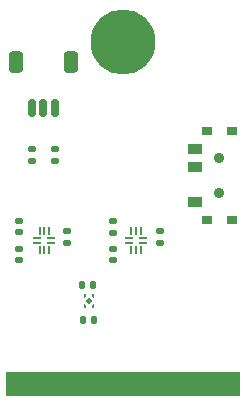
<source format=gbr>
%TF.GenerationSoftware,KiCad,Pcbnew,9.0.3*%
%TF.CreationDate,2025-08-15T19:30:48-04:00*%
%TF.ProjectId,M.2-to-Serial-RPI-3P-Debug-UART,4d2e322d-746f-42d5-9365-7269616c2d52,rev?*%
%TF.SameCoordinates,Original*%
%TF.FileFunction,Soldermask,Top*%
%TF.FilePolarity,Negative*%
%FSLAX46Y46*%
G04 Gerber Fmt 4.6, Leading zero omitted, Abs format (unit mm)*
G04 Created by KiCad (PCBNEW 9.0.3) date 2025-08-15 19:30:48*
%MOMM*%
%LPD*%
G01*
G04 APERTURE LIST*
G04 Aperture macros list*
%AMRoundRect*
0 Rectangle with rounded corners*
0 $1 Rounding radius*
0 $2 $3 $4 $5 $6 $7 $8 $9 X,Y pos of 4 corners*
0 Add a 4 corners polygon primitive as box body*
4,1,4,$2,$3,$4,$5,$6,$7,$8,$9,$2,$3,0*
0 Add four circle primitives for the rounded corners*
1,1,$1+$1,$2,$3*
1,1,$1+$1,$4,$5*
1,1,$1+$1,$6,$7*
1,1,$1+$1,$8,$9*
0 Add four rect primitives between the rounded corners*
20,1,$1+$1,$2,$3,$4,$5,0*
20,1,$1+$1,$4,$5,$6,$7,0*
20,1,$1+$1,$6,$7,$8,$9,0*
20,1,$1+$1,$8,$9,$2,$3,0*%
%AMRotRect*
0 Rectangle, with rotation*
0 The origin of the aperture is its center*
0 $1 length*
0 $2 width*
0 $3 Rotation angle, in degrees counterclockwise*
0 Add horizontal line*
21,1,$1,$2,0,0,$3*%
%AMFreePoly0*
4,1,6,0.180000,0.075000,0.000000,-0.105000,-0.180000,-0.105000,-0.180000,0.105000,0.180000,0.105000,0.180000,0.075000,0.180000,0.075000,$1*%
%AMFreePoly1*
4,1,6,0.180000,-0.075000,0.180000,-0.105000,-0.180000,-0.105000,-0.180000,0.105000,0.000000,0.105000,0.180000,-0.075000,0.180000,-0.075000,$1*%
%AMFreePoly2*
4,1,6,0.180000,-0.105000,-0.180000,-0.105000,-0.180000,-0.075000,0.000000,0.105000,0.180000,0.105000,0.180000,-0.105000,0.180000,-0.105000,$1*%
%AMFreePoly3*
4,1,6,0.180000,-0.105000,0.000000,-0.105000,-0.180000,0.075000,-0.180000,0.105000,0.180000,0.105000,0.180000,-0.105000,0.180000,-0.105000,$1*%
G04 Aperture macros list end*
%ADD10RoundRect,0.140000X0.140000X0.170000X-0.140000X0.170000X-0.140000X-0.170000X0.140000X-0.170000X0*%
%ADD11C,5.500000*%
%ADD12RoundRect,0.135000X0.185000X-0.135000X0.185000X0.135000X-0.185000X0.135000X-0.185000X-0.135000X0*%
%ADD13RoundRect,0.140000X0.170000X-0.140000X0.170000X0.140000X-0.170000X0.140000X-0.170000X-0.140000X0*%
%ADD14RoundRect,0.150000X0.150000X0.625000X-0.150000X0.625000X-0.150000X-0.625000X0.150000X-0.625000X0*%
%ADD15RoundRect,0.250000X0.350000X0.650000X-0.350000X0.650000X-0.350000X-0.650000X0.350000X-0.650000X0*%
%ADD16RoundRect,0.135000X-0.185000X0.135000X-0.185000X-0.135000X0.185000X-0.135000X0.185000X0.135000X0*%
%ADD17RoundRect,0.050000X0.300000X-0.050000X0.300000X0.050000X-0.300000X0.050000X-0.300000X-0.050000X0*%
%ADD18RoundRect,0.050000X0.250000X-0.050000X0.250000X0.050000X-0.250000X0.050000X-0.250000X-0.050000X0*%
%ADD19RoundRect,0.050000X0.050000X0.250000X-0.050000X0.250000X-0.050000X-0.250000X0.050000X-0.250000X0*%
%ADD20RoundRect,0.140000X-0.170000X0.140000X-0.170000X-0.140000X0.170000X-0.140000X0.170000X0.140000X0*%
%ADD21C,0.900000*%
%ADD22R,1.250000X0.900000*%
%ADD23R,0.900000X0.800000*%
%ADD24FreePoly0,270.000000*%
%ADD25FreePoly1,270.000000*%
%ADD26FreePoly2,270.000000*%
%ADD27FreePoly3,270.000000*%
%ADD28RotRect,0.380000X0.380000X315.000000*%
G04 APERTURE END LIST*
%TO.C,J1*%
G36*
X122580000Y-140590000D02*
G01*
X142430000Y-140590000D01*
X142430000Y-142640000D01*
X122580000Y-142640000D01*
X122580000Y-140590000D01*
G37*
%TD*%
D10*
%TO.C,C6*%
X129990000Y-133240000D03*
X129030000Y-133240000D03*
%TD*%
D11*
%TO.C,H1*%
X132505000Y-112640000D03*
%TD*%
D10*
%TO.C,C5*%
X130080000Y-136205000D03*
X129120000Y-136205000D03*
%TD*%
D12*
%TO.C,R1*%
X126760000Y-122685000D03*
X126760000Y-121665000D03*
%TD*%
D13*
%TO.C,C1*%
X123675000Y-128760000D03*
X123675000Y-127800000D03*
%TD*%
D14*
%TO.C,J2*%
X126760000Y-118220000D03*
X125760000Y-118220000D03*
X124760000Y-118220000D03*
D15*
X128060000Y-114345000D03*
X123460000Y-114345000D03*
%TD*%
D12*
%TO.C,R4*%
X135605000Y-129655000D03*
X135605000Y-128635000D03*
%TD*%
D16*
%TO.C,R2*%
X124760000Y-121665000D03*
X124760000Y-122685000D03*
%TD*%
D17*
%TO.C,U1*%
X126380000Y-129645000D03*
D18*
X126430000Y-129245000D03*
D19*
X126230000Y-128645000D03*
X125830000Y-128645000D03*
X125430000Y-128645000D03*
D18*
X125230000Y-129245000D03*
X125230000Y-129645000D03*
D19*
X125430000Y-130245000D03*
X125830000Y-130245000D03*
X126230000Y-130245000D03*
%TD*%
D13*
%TO.C,C3*%
X131610000Y-128775000D03*
X131610000Y-127815000D03*
%TD*%
D17*
%TO.C,U2*%
X134165000Y-129655000D03*
D18*
X134215000Y-129255000D03*
D19*
X134015000Y-128655000D03*
X133615000Y-128655000D03*
X133215000Y-128655000D03*
D18*
X133015000Y-129255000D03*
X133015000Y-129655000D03*
D19*
X133215000Y-130255000D03*
X133615000Y-130255000D03*
X134015000Y-130255000D03*
%TD*%
D20*
%TO.C,C4*%
X131610000Y-130135000D03*
X131610000Y-131095000D03*
%TD*%
%TO.C,C2*%
X123675000Y-130130000D03*
X123675000Y-131090000D03*
%TD*%
D21*
%TO.C,SW1*%
X140647500Y-125445000D03*
X140647500Y-122445000D03*
D22*
X138572500Y-126195000D03*
X138572500Y-123195000D03*
X138572500Y-121695000D03*
D23*
X139597500Y-127745000D03*
X141697500Y-127745000D03*
X139597500Y-120145000D03*
X141697500Y-120145000D03*
%TD*%
D24*
%TO.C,U3*%
X129925000Y-134135000D03*
D25*
X129275000Y-134135000D03*
D26*
X129275000Y-134995000D03*
D27*
X129925000Y-134995000D03*
D28*
X129600000Y-134565000D03*
%TD*%
D12*
%TO.C,R3*%
X127730000Y-129645000D03*
X127730000Y-128625000D03*
%TD*%
M02*

</source>
